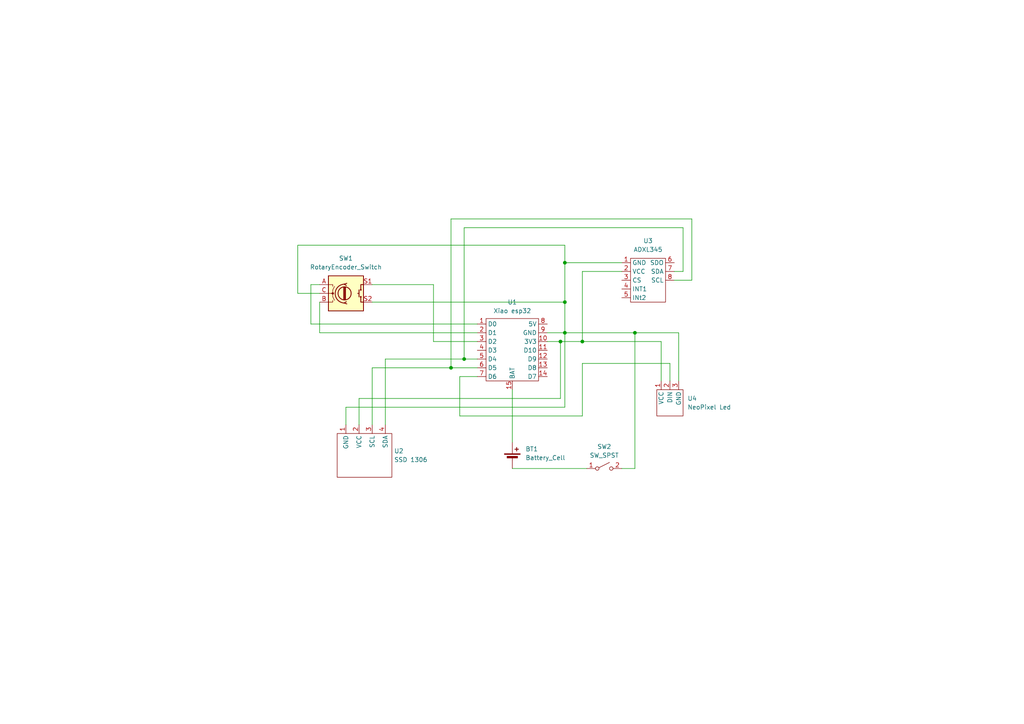
<source format=kicad_sch>
(kicad_sch (version 20250114) (generator "eeschema") (generator_version "9.0")
  (paper "A4")
  (lib_symbols
    (symbol "Device:Battery_Cell" (pin_numbers (hide yes)) (pin_names (offset 0) (hide yes))
      (property "Reference" "BT" (at 2.54 2.54 0))
      (property "Value" "Battery_Cell" (at 2.54 0 0))
      (symbol "Battery_Cell_0_1"
        (rectangle (start -2.286 1.778) (end 2.286 1.524) (fill (type outline)))
        (rectangle (start -1.524 1.016) (end 1.524 0.508) (fill (type outline)))
        (polyline (pts (xy 0 1.778) (xy 0 2.54)))
        (polyline (pts (xy 0 0.762) (xy 0 0)))
        (polyline (pts (xy 0.762 3.048) (xy 1.778 3.048)) (stroke (width 0.254)))
        (polyline (pts (xy 1.27 3.556) (xy 1.27 2.54)) (stroke (width 0.254)))
      )
      (symbol "Battery_Cell_1_1"
        (pin passive line (at 0 5.08 270) (length 2.54) (name "+") (number "1"))
        (pin passive line (at 0 -2.54 90) (length 2.54) (name "-") (number "2"))
      )
    )
    (symbol "Device:RotaryEncoder_Switch" (pin_names (offset 0.254) (hide yes))
      (property "Reference" "SW" (at 0 6.604 0))
      (property "Value" "RotaryEncoder_Switch" (at 0 -6.604 0))
      (symbol "RotaryEncoder_Switch_0_1"
        (rectangle (start -5.08 5.08) (end 5.08 -5.08) (stroke (width 0.254)) (fill (type background)))
        (polyline (pts (xy -5.08 2.54) (xy -3.81 2.54) (xy -3.81 2.032)))
        (polyline (pts (xy -5.08 0) (xy -3.81 0) (xy -3.81 -1.016) (xy -3.302 -2.032)))
        (polyline (pts (xy -5.08 -2.54) (xy -3.81 -2.54) (xy -3.81 -2.032)))
        (polyline (pts (xy -4.318 0) (xy -3.81 0) (xy -3.81 1.016) (xy -3.302 2.032)))
        (circle (center -3.81 0) (radius 0.254) (fill (type outline)))
        (polyline (pts (xy -0.635 -1.778) (xy -0.635 1.778)) (stroke (width 0.254)))
        (circle (center -0.381 0) (radius 1.905) (stroke (width 0.254)))
        (polyline (pts (xy -0.381 -1.778) (xy -0.381 1.778)) (stroke (width 0.254)))
        (arc (start -0.381 -2.794) (mid -3.0988 -0.0635) (end -0.381 2.667) (stroke (width 0.254)))
        (polyline (pts (xy -0.127 1.778) (xy -0.127 -1.778)) (stroke (width 0.254)))
        (polyline (pts (xy 0.254 2.921) (xy -0.508 2.667) (xy 0.127 2.286)) (stroke (width 0.254)))
        (polyline (pts (xy 0.254 -3.048) (xy -0.508 -2.794) (xy 0.127 -2.413)) (stroke (width 0.254)))
        (polyline (pts (xy 3.81 1.016) (xy 3.81 -1.016)) (stroke (width 0.254)))
        (polyline (pts (xy 3.81 0) (xy 3.429 0)) (stroke (width 0.254)))
        (circle (center 4.318 1.016) (radius 0.127) (stroke (width 0.254)))
        (circle (center 4.318 -1.016) (radius 0.127) (stroke (width 0.254)))
        (polyline (pts (xy 5.08 2.54) (xy 4.318 2.54) (xy 4.318 1.016)) (stroke (width 0.254)))
        (polyline (pts (xy 5.08 -2.54) (xy 4.318 -2.54) (xy 4.318 -1.016)) (stroke (width 0.254)))
      )
      (symbol "RotaryEncoder_Switch_1_1"
        (pin passive line (at -7.62 2.54 0) (length 2.54) (name "A") (number "A"))
        (pin passive line (at -7.62 0 0) (length 2.54) (name "C") (number "C"))
        (pin passive line (at -7.62 -2.54 0) (length 2.54) (name "B") (number "B"))
        (pin passive line (at 7.62 2.54 180) (length 2.54) (name "S1") (number "S1"))
        (pin passive line (at 7.62 -2.54 180) (length 2.54) (name "S2") (number "S2"))
      )
    )
    (symbol "Sensors fall25:ADXL345"
      (property "Reference" "U" (at 0 0 0))
      (property "Value" "ADXL345" (at 0 8.382 0))
      (symbol "ADXL345_0_1"
        (rectangle (start -5.08 6.35) (end 5.08 -6.35))
      )
      (symbol "ADXL345_1_1"
        (pin input line (at -7.62 5.08 0) (length 2.54) (name "GND") (number "1"))
        (pin input line (at -7.62 2.54 0) (length 2.54) (name "VCC") (number "2"))
        (pin input line (at -7.62 0 0) (length 2.54) (name "CS") (number "3"))
        (pin input line (at -7.62 -2.54 0) (length 2.54) (name "INT1") (number "4"))
        (pin input line (at -7.62 -5.08 0) (length 2.54) (name "INt2") (number "5"))
        (pin input line (at 7.62 5.08 180) (length 2.54) (name "SDO") (number "6"))
        (pin input line (at 7.62 2.54 180) (length 2.54) (name "SDA") (number "7"))
        (pin input line (at 7.62 0 180) (length 2.54) (name "SCL") (number "8"))
      )
    )
    (symbol "Sensors fall25:NeoPixel_LED"
      (property "Reference" "U" (at 0 0 0))
      (property "Value" "NeoPixel Led" (at 0 -6.096 0))
      (symbol "NeoPixel_LED_0_1"
        (rectangle (start -3.81 3.81) (end 3.81 -3.81))
      )
      (symbol "NeoPixel_LED_1_1"
        (pin input line (at -2.54 6.35 270) (length 2.54) (name "VCC") (number "1"))
        (pin input line (at 0 6.35 270) (length 2.54) (name "DIN") (number "2"))
        (pin input line (at 2.54 6.35 270) (length 2.54) (name "GND") (number "3"))
      )
    )
    (symbol "Sensors fall25:SSD1306"
      (property "Reference" "U" (at 0 0 0))
      (property "Value" "SSD 1306" (at 0.254 -8.636 0))
      (symbol "SSD1306_0_1"
        (rectangle (start -7.62 6.35) (end 8.255 -6.35))
      )
      (symbol "SSD1306_1_1"
        (pin input line (at -5.08 8.89 270) (length 2.54) (name "GND") (number "1"))
        (pin input line (at -1.27 8.89 270) (length 2.54) (name "VCC") (number "2"))
        (pin input line (at 2.54 8.89 270) (length 2.54) (name "SCL") (number "3"))
        (pin input line (at 6.35 8.89 270) (length 2.54) (name "SDA") (number "4"))
      )
    )
    (symbol "Sensors fall25:Xiao_esp32"
      (property "Reference" "U" (at 0 0 0))
      (property "Value" "Xiao esp32" (at 0 11.43 0))
      (symbol "Xiao_esp32_0_1"
        (rectangle (start -7.62 9.2075) (end 7.62 -8.8899))
      )
      (symbol "Xiao_esp32_1_1"
        (pin input line (at -10.16 7.62 0) (length 2.54) (name "D0") (number "1"))
        (pin input line (at -10.16 5.08 0) (length 2.54) (name "D1") (number "2"))
        (pin input line (at -10.16 2.54 0) (length 2.54) (name "D2") (number "3"))
        (pin input line (at -10.16 0 0) (length 2.54) (name "D3") (number "4"))
        (pin input line (at -10.16 -2.54 0) (length 2.54) (name "D4") (number "5"))
        (pin input line (at -10.16 -5.08 0) (length 2.54) (name "D5") (number "6"))
        (pin input line (at -10.16 -7.62 0) (length 2.54) (name "D6") (number "7"))
        (pin power_in line (at 0 -11.43 90) (length 2.54) (name "BAT") (number "15"))
        (pin input line (at 10.16 7.62 180) (length 2.54) (name "5V") (number "8"))
        (pin input line (at 10.16 5.08 180) (length 2.54) (name "GND") (number "9"))
        (pin input line (at 10.16 2.54 180) (length 2.54) (name "3V3") (number "10"))
        (pin input line (at 10.16 0 180) (length 2.54) (name "D10") (number "11"))
        (pin input line (at 10.16 -2.54 180) (length 2.54) (name "D9") (number "12"))
        (pin input line (at 10.16 -5.08 180) (length 2.54) (name "D8") (number "13"))
        (pin input line (at 10.16 -7.62 180) (length 2.54) (name "D7") (number "14"))
      )
    )
    (symbol "Switch:SW_SPST" (pin_names (offset 0) (hide yes))
      (property "Reference" "SW" (at 0 3.175 0))
      (property "Value" "SW_SPST" (at 0 -2.54 0))
      (symbol "SW_SPST_0_0"
        (circle (center -2.032 0) (radius 0.508))
        (polyline (pts (xy -1.524 0.254) (xy 1.524 1.778)))
        (circle (center 2.032 0) (radius 0.508))
      )
      (symbol "SW_SPST_1_1"
        (pin passive line (at -5.08 0 0) (length 2.54) (name "A") (number "1"))
        (pin passive line (at 5.08 0 180) (length 2.54) (name "B") (number "2"))
      )
    )
  )
  (junction (at 163.83 76.2))
  (junction (at 163.83 96.52))
  (junction (at 162.56 99.06))
  (junction (at 184.15 96.52))
  (junction (at 163.83 87.63))
  (junction (at 130.81 106.68))
  (junction (at 168.91 99.06))
  (junction (at 134.62 104.14))
  (wire (pts (xy 107.95 87.63) (xy 163.83 87.63)))
  (wire (pts (xy 168.91 105.41) (xy 168.91 120.65)))
  (wire (pts (xy 104.14 115.57) (xy 162.56 115.57)))
  (wire (pts (xy 148.59 113.03) (xy 148.59 128.27)))
  (wire (pts (xy 90.17 82.55) (xy 90.17 93.98)))
  (wire (pts (xy 180.34 76.2) (xy 163.83 76.2)))
  (wire (pts (xy 180.34 78.74) (xy 168.91 78.74)))
  (wire (pts (xy 107.95 82.55) (xy 125.73 82.55)))
  (wire (pts (xy 163.83 87.63) (xy 163.83 96.52)))
  (wire (pts (xy 111.76 104.14) (xy 134.62 104.14)))
  (wire (pts (xy 125.73 99.06) (xy 138.43 99.06)))
  (wire (pts (xy 134.62 104.14) (xy 138.43 104.14)))
  (wire (pts (xy 200.66 81.28) (xy 200.66 63.5)))
  (wire (pts (xy 92.71 85.09) (xy 86.36 85.09)))
  (wire (pts (xy 92.71 96.52) (xy 138.43 96.52)))
  (wire (pts (xy 130.81 63.5) (xy 130.81 106.68)))
  (wire (pts (xy 195.58 78.74) (xy 198.12 78.74)))
  (wire (pts (xy 163.83 71.12) (xy 163.83 76.2)))
  (wire (pts (xy 168.91 120.65) (xy 133.35 120.65)))
  (wire (pts (xy 148.59 135.89) (xy 170.18 135.89)))
  (wire (pts (xy 168.91 78.74) (xy 168.91 99.06)))
  (wire (pts (xy 125.73 82.55) (xy 125.73 99.06)))
  (wire (pts (xy 184.15 96.52) (xy 184.15 135.89)))
  (wire (pts (xy 134.62 66.04) (xy 134.62 104.14)))
  (wire (pts (xy 168.91 99.06) (xy 191.77 99.06)))
  (wire (pts (xy 184.15 135.89) (xy 180.34 135.89)))
  (wire (pts (xy 198.12 66.04) (xy 134.62 66.04)))
  (wire (pts (xy 196.85 110.49) (xy 196.85 96.52)))
  (wire (pts (xy 100.33 123.19) (xy 100.33 118.11)))
  (wire (pts (xy 133.35 109.22) (xy 138.43 109.22)))
  (wire (pts (xy 163.83 96.52) (xy 158.75 96.52)))
  (wire (pts (xy 200.66 63.5) (xy 130.81 63.5)))
  (wire (pts (xy 90.17 93.98) (xy 138.43 93.98)))
  (wire (pts (xy 162.56 115.57) (xy 162.56 99.06)))
  (wire (pts (xy 107.95 123.19) (xy 107.95 106.68)))
  (wire (pts (xy 196.85 96.52) (xy 184.15 96.52)))
  (wire (pts (xy 162.56 99.06) (xy 168.91 99.06)))
  (wire (pts (xy 191.77 110.49) (xy 191.77 99.06)))
  (wire (pts (xy 163.83 118.11) (xy 163.83 96.52)))
  (wire (pts (xy 195.58 81.28) (xy 200.66 81.28)))
  (wire (pts (xy 163.83 96.52) (xy 184.15 96.52)))
  (wire (pts (xy 198.12 78.74) (xy 198.12 66.04)))
  (wire (pts (xy 92.71 82.55) (xy 90.17 82.55)))
  (wire (pts (xy 111.76 123.19) (xy 111.76 104.14)))
  (wire (pts (xy 100.33 118.11) (xy 163.83 118.11)))
  (wire (pts (xy 194.31 105.41) (xy 168.91 105.41)))
  (wire (pts (xy 130.81 106.68) (xy 138.43 106.68)))
  (wire (pts (xy 86.36 71.12) (xy 163.83 71.12)))
  (wire (pts (xy 107.95 106.68) (xy 130.81 106.68)))
  (wire (pts (xy 86.36 85.09) (xy 86.36 71.12)))
  (wire (pts (xy 92.71 87.63) (xy 92.71 96.52)))
  (wire (pts (xy 104.14 123.19) (xy 104.14 115.57)))
  (wire (pts (xy 163.83 76.2) (xy 163.83 87.63)))
  (wire (pts (xy 194.31 110.49) (xy 194.31 105.41)))
  (wire (pts (xy 133.35 120.65) (xy 133.35 109.22)))
  (wire (pts (xy 162.56 99.06) (xy 158.75 99.06)))
  (symbol (lib_id "Switch:SW_SPST") (at 175.26 135.89 0) (unit 1)
    (property "Reference" "SW2" (at 175.26 129.54 0))
    (property "Value" "SW_SPST" (at 175.26 132.08 0))
    (property "Description" "Single Pole Single Throw (SPST) switch" (effects (hide yes)))
  )
  (symbol (lib_id "Sensors fall25:Xiao_esp32") (at 148.59 101.6 0) (unit 1)
    (property "Reference" "U1" (at 148.59 87.63 0))
    (property "Value" "Xiao esp32" (at 148.59 90.17 0))
  )
  (symbol (lib_id "Sensors fall25:SSD1306") (at 105.41 132.08 0) (unit 1)
    (property "Reference" "U2" (at 114.3 130.8099 0) (effects (justify left)))
    (property "Value" "SSD 1306" (at 114.3 133.3499 0) (effects (justify left)))
  )
  (symbol (lib_id "Sensors fall25:NeoPixel_LED") (at 194.31 116.84 0) (unit 1)
    (property "Reference" "U4" (at 199.39 115.5699 0) (effects (justify left)))
    (property "Value" "NeoPixel Led" (at 199.39 118.1099 0) (effects (justify left)))
  )
  (symbol (lib_id "Device:RotaryEncoder_Switch") (at 100.33 85.09 0) (unit 1)
    (property "Reference" "SW1" (at 100.33 74.93 0))
    (property "Value" "RotaryEncoder_Switch" (at 100.33 77.47 0))
    (property "Description" "Rotary encoder, dual channel, incremental quadrate outputs, with switch" (effects (hide yes)))
  )
  (symbol (lib_id "Sensors fall25:ADXL345") (at 187.96 81.28 0) (unit 1)
    (property "Reference" "U3" (at 187.96 69.85 0))
    (property "Value" "ADXL345" (at 187.96 72.39 0))
  )
  (symbol (lib_id "Device:Battery_Cell") (at 148.59 133.35 0) (unit 1)
    (property "Reference" "BT1" (at 152.4 130.2384 0) (effects (justify left)))
    (property "Value" "Battery_Cell" (at 152.4 132.7784 0) (effects (justify left)))
    (property "Description" "Single-cell battery" (effects (hide yes)))
  )
)
</source>
